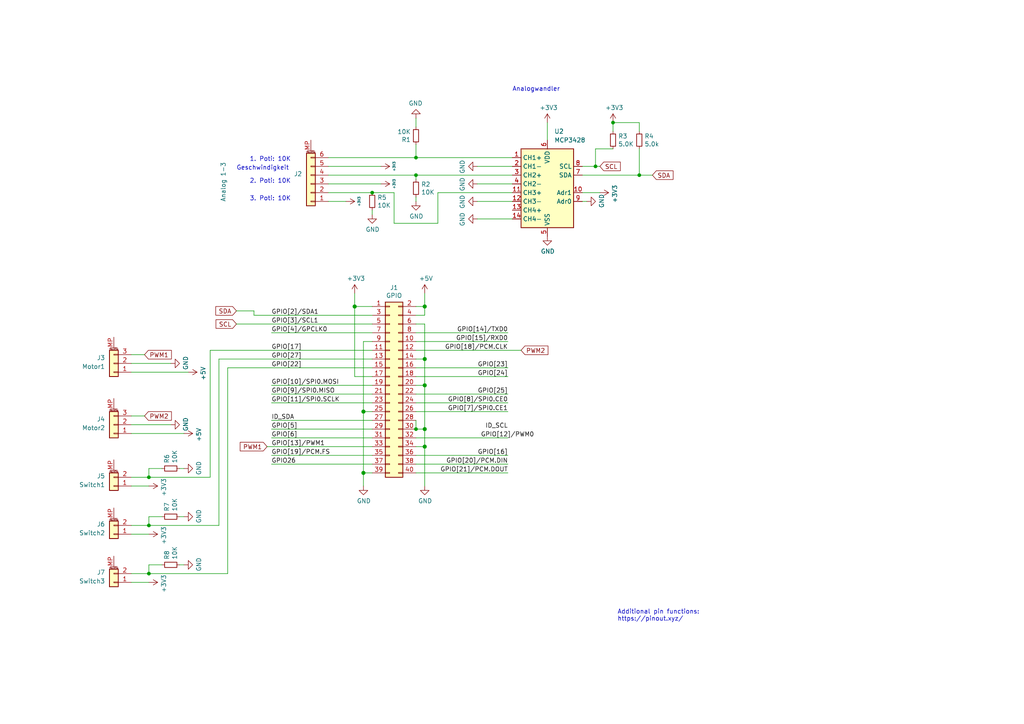
<source format=kicad_sch>
(kicad_sch (version 20211123) (generator eeschema)
  (paper "A4")
  (title_block (date "15 nov 2012"))
  (lib_symbols
    (symbol "Analog_ADC:MCP3428"
      (property "Reference" "U" (at -3.81 11.43 0))
      (property "Value" "MCP3428" (at 2.54 11.43 0))
      (symbol "MCP3428_0_1"
        (rectangle (start -7.62 10.16) (end 7.62 -12.7) (stroke (width 0.254)) (fill (type background)))
      )
      (symbol "MCP3428_1_1"
        (pin input line (at -10.16 7.62 0) (length 2.54) (name "CH1+") (number "1"))
        (pin input line (at 10.16 -2.54 180) (length 2.54) (name "Adr1") (number "10"))
        (pin input line (at -10.16 -2.54 0) (length 2.54) (name "CH3+") (number "11"))
        (pin input line (at -10.16 -5.08 0) (length 2.54) (name "CH3-") (number "12"))
        (pin input line (at -10.16 -7.62 0) (length 2.54) (name "CH4+") (number "13"))
        (pin input line (at -10.16 -10.16 0) (length 2.54) (name "CH4-") (number "14"))
        (pin input line (at -10.16 5.08 0) (length 2.54) (name "CH1-") (number "2"))
        (pin input line (at -10.16 2.54 0) (length 2.54) (name "CH2+") (number "3"))
        (pin input line (at -10.16 0 0) (length 2.54) (name "CH2-") (number "4"))
        (pin power_in line (at 0 -15.24 90) (length 2.54) (name "VSS") (number "5"))
        (pin power_in line (at 0 12.7 270) (length 2.54) (name "VDD") (number "6"))
        (pin bidirectional line (at 10.16 2.54 180) (length 2.54) (name "SDA") (number "7"))
        (pin input line (at 10.16 5.08 180) (length 2.54) (name "SCL") (number "8"))
        (pin input line (at 10.16 -5.08 180) (length 2.54) (name "Adr0") (number "9"))
      )
    )
    (symbol "Connector_Generic:Conn_02x20_Odd_Even" (pin_names (offset 1.016) hide)
      (property "Reference" "J" (at 1.27 25.4 0))
      (property "Value" "Conn_02x20_Odd_Even" (at 1.27 -27.94 0))
      (symbol "Conn_02x20_Odd_Even_1_1"
        (rectangle (start -1.27 -25.273) (end 0 -25.527) (stroke (width 0.1524)))
        (rectangle (start -1.27 -22.733) (end 0 -22.987) (stroke (width 0.1524)))
        (rectangle (start -1.27 -20.193) (end 0 -20.447) (stroke (width 0.1524)))
        (rectangle (start -1.27 -17.653) (end 0 -17.907) (stroke (width 0.1524)))
        (rectangle (start -1.27 -15.113) (end 0 -15.367) (stroke (width 0.1524)))
        (rectangle (start -1.27 -12.573) (end 0 -12.827) (stroke (width 0.1524)))
        (rectangle (start -1.27 -10.033) (end 0 -10.287) (stroke (width 0.1524)))
        (rectangle (start -1.27 -7.493) (end 0 -7.747) (stroke (width 0.1524)))
        (rectangle (start -1.27 -4.953) (end 0 -5.207) (stroke (width 0.1524)))
        (rectangle (start -1.27 -2.413) (end 0 -2.667) (stroke (width 0.1524)))
        (rectangle (start -1.27 0.127) (end 0 -0.127) (stroke (width 0.1524)))
        (rectangle (start -1.27 2.667) (end 0 2.413) (stroke (width 0.1524)))
        (rectangle (start -1.27 5.207) (end 0 4.953) (stroke (width 0.1524)))
        (rectangle (start -1.27 7.747) (end 0 7.493) (stroke (width 0.1524)))
        (rectangle (start -1.27 10.287) (end 0 10.033) (stroke (width 0.1524)))
        (rectangle (start -1.27 12.827) (end 0 12.573) (stroke (width 0.1524)))
        (rectangle (start -1.27 15.367) (end 0 15.113) (stroke (width 0.1524)))
        (rectangle (start -1.27 17.907) (end 0 17.653) (stroke (width 0.1524)))
        (rectangle (start -1.27 20.447) (end 0 20.193) (stroke (width 0.1524)))
        (rectangle (start -1.27 22.987) (end 0 22.733) (stroke (width 0.1524)))
        (rectangle (start -1.27 24.13) (end 3.81 -26.67) (stroke (width 0.254)) (fill (type background)))
        (rectangle (start 3.81 -25.273) (end 2.54 -25.527) (stroke (width 0.1524)))
        (rectangle (start 3.81 -22.733) (end 2.54 -22.987) (stroke (width 0.1524)))
        (rectangle (start 3.81 -20.193) (end 2.54 -20.447) (stroke (width 0.1524)))
        (rectangle (start 3.81 -17.653) (end 2.54 -17.907) (stroke (width 0.1524)))
        (rectangle (start 3.81 -15.113) (end 2.54 -15.367) (stroke (width 0.1524)))
        (rectangle (start 3.81 -12.573) (end 2.54 -12.827) (stroke (width 0.1524)))
        (rectangle (start 3.81 -10.033) (end 2.54 -10.287) (stroke (width 0.1524)))
        (rectangle (start 3.81 -7.493) (end 2.54 -7.747) (stroke (width 0.1524)))
        (rectangle (start 3.81 -4.953) (end 2.54 -5.207) (stroke (width 0.1524)))
        (rectangle (start 3.81 -2.413) (end 2.54 -2.667) (stroke (width 0.1524)))
        (rectangle (start 3.81 0.127) (end 2.54 -0.127) (stroke (width 0.1524)))
        (rectangle (start 3.81 2.667) (end 2.54 2.413) (stroke (width 0.1524)))
        (rectangle (start 3.81 5.207) (end 2.54 4.953) (stroke (width 0.1524)))
        (rectangle (start 3.81 7.747) (end 2.54 7.493) (stroke (width 0.1524)))
        (rectangle (start 3.81 10.287) (end 2.54 10.033) (stroke (width 0.1524)))
        (rectangle (start 3.81 12.827) (end 2.54 12.573) (stroke (width 0.1524)))
        (rectangle (start 3.81 15.367) (end 2.54 15.113) (stroke (width 0.1524)))
        (rectangle (start 3.81 17.907) (end 2.54 17.653) (stroke (width 0.1524)))
        (rectangle (start 3.81 20.447) (end 2.54 20.193) (stroke (width 0.1524)))
        (rectangle (start 3.81 22.987) (end 2.54 22.733) (stroke (width 0.1524)))
        (pin passive line (at -5.08 22.86 0) (length 3.81) (name "Pin_1") (number "1"))
        (pin passive line (at 7.62 12.7 180) (length 3.81) (name "Pin_10") (number "10"))
        (pin passive line (at -5.08 10.16 0) (length 3.81) (name "Pin_11") (number "11"))
        (pin passive line (at 7.62 10.16 180) (length 3.81) (name "Pin_12") (number "12"))
        (pin passive line (at -5.08 7.62 0) (length 3.81) (name "Pin_13") (number "13"))
        (pin passive line (at 7.62 7.62 180) (length 3.81) (name "Pin_14") (number "14"))
        (pin passive line (at -5.08 5.08 0) (length 3.81) (name "Pin_15") (number "15"))
        (pin passive line (at 7.62 5.08 180) (length 3.81) (name "Pin_16") (number "16"))
        (pin passive line (at -5.08 2.54 0) (length 3.81) (name "Pin_17") (number "17"))
        (pin passive line (at 7.62 2.54 180) (length 3.81) (name "Pin_18") (number "18"))
        (pin passive line (at -5.08 0 0) (length 3.81) (name "Pin_19") (number "19"))
        (pin passive line (at 7.62 22.86 180) (length 3.81) (name "Pin_2") (number "2"))
        (pin passive line (at 7.62 0 180) (length 3.81) (name "Pin_20") (number "20"))
        (pin passive line (at -5.08 -2.54 0) (length 3.81) (name "Pin_21") (number "21"))
        (pin passive line (at 7.62 -2.54 180) (length 3.81) (name "Pin_22") (number "22"))
        (pin passive line (at -5.08 -5.08 0) (length 3.81) (name "Pin_23") (number "23"))
        (pin passive line (at 7.62 -5.08 180) (length 3.81) (name "Pin_24") (number "24"))
        (pin passive line (at -5.08 -7.62 0) (length 3.81) (name "Pin_25") (number "25"))
        (pin passive line (at 7.62 -7.62 180) (length 3.81) (name "Pin_26") (number "26"))
        (pin passive line (at -5.08 -10.16 0) (length 3.81) (name "Pin_27") (number "27"))
        (pin passive line (at 7.62 -10.16 180) (length 3.81) (name "Pin_28") (number "28"))
        (pin passive line (at -5.08 -12.7 0) (length 3.81) (name "Pin_29") (number "29"))
        (pin passive line (at -5.08 20.32 0) (length 3.81) (name "Pin_3") (number "3"))
        (pin passive line (at 7.62 -12.7 180) (length 3.81) (name "Pin_30") (number "30"))
        (pin passive line (at -5.08 -15.24 0) (length 3.81) (name "Pin_31") (number "31"))
        (pin passive line (at 7.62 -15.24 180) (length 3.81) (name "Pin_32") (number "32"))
        (pin passive line (at -5.08 -17.78 0) (length 3.81) (name "Pin_33") (number "33"))
        (pin passive line (at 7.62 -17.78 180) (length 3.81) (name "Pin_34") (number "34"))
        (pin passive line (at -5.08 -20.32 0) (length 3.81) (name "Pin_35") (number "35"))
        (pin passive line (at 7.62 -20.32 180) (length 3.81) (name "Pin_36") (number "36"))
        (pin passive line (at -5.08 -22.86 0) (length 3.81) (name "Pin_37") (number "37"))
        (pin passive line (at 7.62 -22.86 180) (length 3.81) (name "Pin_38") (number "38"))
        (pin passive line (at -5.08 -25.4 0) (length 3.81) (name "Pin_39") (number "39"))
        (pin passive line (at 7.62 20.32 180) (length 3.81) (name "Pin_4") (number "4"))
        (pin passive line (at 7.62 -25.4 180) (length 3.81) (name "Pin_40") (number "40"))
        (pin passive line (at -5.08 17.78 0) (length 3.81) (name "Pin_5") (number "5"))
        (pin passive line (at 7.62 17.78 180) (length 3.81) (name "Pin_6") (number "6"))
        (pin passive line (at -5.08 15.24 0) (length 3.81) (name "Pin_7") (number "7"))
        (pin passive line (at 7.62 15.24 180) (length 3.81) (name "Pin_8") (number "8"))
        (pin passive line (at -5.08 12.7 0) (length 3.81) (name "Pin_9") (number "9"))
      )
    )
    (symbol "Connector_Generic_MountingPin:Conn_01x02_MountingPin" (pin_names (offset 1.016) hide)
      (property "Reference" "J" (at 0 2.54 0))
      (property "Value" "Conn_01x02_MountingPin" (at 1.27 -5.08 0))
      (symbol "Conn_01x02_MountingPin_1_1"
        (rectangle (start -1.27 -2.413) (end 0 -2.667) (stroke (width 0.1524)))
        (rectangle (start -1.27 0.127) (end 0 -0.127) (stroke (width 0.1524)))
        (rectangle (start -1.27 1.27) (end 1.27 -3.81) (stroke (width 0.254)) (fill (type background)))
        (polyline (pts (xy -1.016 -4.572) (xy 1.016 -4.572)) (stroke (width 0.1524)))
        (text "Mounting" (at 0 -4.191 0) (effects (font (size 0.381 0.381))))
        (pin passive line (at -5.08 0 0) (length 3.81) (name "Pin_1") (number "1"))
        (pin passive line (at -5.08 -2.54 0) (length 3.81) (name "Pin_2") (number "2"))
        (pin passive line (at 0 -7.62 90) (length 3.048) (name "MountPin") (number "MP"))
      )
    )
    (symbol "Connector_Generic_MountingPin:Conn_01x03_MountingPin" (pin_names (offset 1.016) hide)
      (property "Reference" "J" (at 0 5.08 0))
      (property "Value" "Conn_01x03_MountingPin" (at 1.27 -5.08 0))
      (symbol "Conn_01x03_MountingPin_1_1"
        (rectangle (start -1.27 -2.413) (end 0 -2.667) (stroke (width 0.1524)))
        (rectangle (start -1.27 0.127) (end 0 -0.127) (stroke (width 0.1524)))
        (rectangle (start -1.27 2.667) (end 0 2.413) (stroke (width 0.1524)))
        (rectangle (start -1.27 3.81) (end 1.27 -3.81) (stroke (width 0.254)) (fill (type background)))
        (polyline (pts (xy -1.016 -4.572) (xy 1.016 -4.572)) (stroke (width 0.1524)))
        (text "Mounting" (at 0 -4.191 0) (effects (font (size 0.381 0.381))))
        (pin passive line (at -5.08 2.54 0) (length 3.81) (name "Pin_1") (number "1"))
        (pin passive line (at -5.08 0 0) (length 3.81) (name "Pin_2") (number "2"))
        (pin passive line (at -5.08 -2.54 0) (length 3.81) (name "Pin_3") (number "3"))
        (pin passive line (at 0 -7.62 90) (length 3.048) (name "MountPin") (number "MP"))
      )
    )
    (symbol "Connector_Generic_MountingPin:Conn_01x06_MountingPin" (pin_names (offset 1.016) hide)
      (property "Reference" "J" (at 0 7.62 0))
      (property "Value" "Conn_01x06_MountingPin" (at 1.27 -10.16 0))
      (symbol "Conn_01x06_MountingPin_1_1"
        (rectangle (start -1.27 -7.493) (end 0 -7.747) (stroke (width 0.1524)))
        (rectangle (start -1.27 -4.953) (end 0 -5.207) (stroke (width 0.1524)))
        (rectangle (start -1.27 -2.413) (end 0 -2.667) (stroke (width 0.1524)))
        (rectangle (start -1.27 0.127) (end 0 -0.127) (stroke (width 0.1524)))
        (rectangle (start -1.27 2.667) (end 0 2.413) (stroke (width 0.1524)))
        (rectangle (start -1.27 5.207) (end 0 4.953) (stroke (width 0.1524)))
        (rectangle (start -1.27 6.35) (end 1.27 -8.89) (stroke (width 0.254)) (fill (type background)))
        (polyline (pts (xy -1.016 -9.652) (xy 1.016 -9.652)) (stroke (width 0.1524)))
        (text "Mounting" (at 0 -9.271 0) (effects (font (size 0.381 0.381))))
        (pin passive line (at -5.08 5.08 0) (length 3.81) (name "Pin_1") (number "1"))
        (pin passive line (at -5.08 2.54 0) (length 3.81) (name "Pin_2") (number "2"))
        (pin passive line (at -5.08 0 0) (length 3.81) (name "Pin_3") (number "3"))
        (pin passive line (at -5.08 -2.54 0) (length 3.81) (name "Pin_4") (number "4"))
        (pin passive line (at -5.08 -5.08 0) (length 3.81) (name "Pin_5") (number "5"))
        (pin passive line (at -5.08 -7.62 0) (length 3.81) (name "Pin_6") (number "6"))
        (pin passive line (at 0 -12.7 90) (length 3.048) (name "MountPin") (number "MP"))
      )
    )
    (symbol "Device:R_Small" (pin_numbers hide) (pin_names (offset 0.254) hide)
      (property "Reference" "R" (at 0.762 0.508 0))
      (property "Value" "R_Small" (at 0.762 -1.016 0))
      (symbol "R_Small_0_1"
        (rectangle (start -0.762 1.778) (end 0.762 -1.778) (stroke (width 0.2032)))
      )
      (symbol "R_Small_1_1"
        (pin passive line (at 0 2.54 270) (length 0.762) (name "~") (number "1"))
        (pin passive line (at 0 -2.54 90) (length 0.762) (name "~") (number "2"))
      )
    )
    (symbol "power:+3.3V" (power) (pin_names (offset 0))
      (property "Value" "+3.3V" (at 0 3.556 0))
      (symbol "+3.3V_0_1"
        (polyline (pts (xy -0.762 1.27) (xy 0 2.54)))
        (polyline (pts (xy 0 0) (xy 0 2.54)))
        (polyline (pts (xy 0 2.54) (xy 0.762 1.27)))
      )
      (symbol "+3.3V_1_1"
        (pin power_in line (at 0 0 90) (length 0) hide (name "+3V3") (number "1"))
      )
    )
    (symbol "power:+5V" (power) (pin_names (offset 0))
      (property "Value" "+5V" (at 0 3.556 0))
      (symbol "+5V_0_1"
        (polyline (pts (xy -0.762 1.27) (xy 0 2.54)))
        (polyline (pts (xy 0 0) (xy 0 2.54)))
        (polyline (pts (xy 0 2.54) (xy 0.762 1.27)))
      )
      (symbol "+5V_1_1"
        (pin power_in line (at 0 0 90) (length 0) hide (name "+5V") (number "1"))
      )
    )
    (symbol "power:GND" (power) (pin_names (offset 0))
      (property "Value" "GND" (at 0 -3.81 0))
      (symbol "GND_0_1"
        (polyline (pts (xy 0 0) (xy 0 -1.27) (xy 1.27 -1.27) (xy 0 -2.54) (xy -1.27 -1.27) (xy 0 -1.27)))
      )
      (symbol "GND_1_1"
        (pin power_in line (at 0 0 270) (length 0) hide (name "GND") (number "1"))
      )
    )
  )
  (junction (at 123.19 124.46) (diameter 1.016))
  (junction (at 102.87 88.9) (diameter 1.016))
  (junction (at 123.19 129.54) (diameter 1.016))
  (junction (at 177.8 35.56))
  (junction (at 120.65 45.72))
  (junction (at 105.41 119.38) (diameter 1.016))
  (junction (at 43.18 138.43))
  (junction (at 123.19 111.76) (diameter 1.016))
  (junction (at 123.19 104.14) (diameter 1.016))
  (junction (at 107.95 55.88))
  (junction (at 120.65 50.8))
  (junction (at 185.42 50.8))
  (junction (at 43.18 152.4))
  (junction (at 43.18 166.37))
  (junction (at 172.72 48.26))
  (junction (at 120.65 124.46))
  (junction (at 105.41 137.16) (diameter 1.016))
  (junction (at 123.19 88.9) (diameter 1.016))
  (wire (pts (xy 148.59 55.88) (xy 127 55.88)))
  (wire (pts (xy 38.1 102.87) (xy 41.91 102.87)))
  (wire (pts (xy 105.41 119.38) (xy 105.41 137.16)))
  (wire (pts (xy 120.65 119.38) (xy 147.32 119.38)))
  (wire (pts (xy 120.65 57.15) (xy 120.65 58.42)))
  (wire (pts (xy 60.96 101.6) (xy 107.95 101.6)))
  (wire (pts (xy 120.65 34.29) (xy 120.65 36.83)))
  (wire (pts (xy 60.96 101.6) (xy 60.96 138.43)))
  (wire (pts (xy 177.8 43.18) (xy 172.72 43.18)))
  (wire (pts (xy 38.1 154.94) (xy 43.18 154.94)))
  (wire (pts (xy 123.19 93.98) (xy 123.19 104.14)))
  (wire (pts (xy 123.19 111.76) (xy 120.65 111.76)))
  (wire (pts (xy 66.04 106.68) (xy 107.95 106.68)))
  (wire (pts (xy 95.25 50.8) (xy 120.65 50.8)))
  (wire (pts (xy 123.19 124.46) (xy 123.19 129.54)))
  (wire (pts (xy 127 55.88) (xy 127 64.77)))
  (wire (pts (xy 43.18 166.37) (xy 66.04 166.37)))
  (wire (pts (xy 185.42 43.18) (xy 185.42 50.8)))
  (wire (pts (xy 120.65 45.72) (xy 148.59 45.72)))
  (wire (pts (xy 123.19 111.76) (xy 123.19 124.46)))
  (wire (pts (xy 120.65 96.52) (xy 147.32 96.52)))
  (wire (pts (xy 105.41 99.06) (xy 105.41 119.38)))
  (wire (pts (xy 114.3 64.77) (xy 114.3 55.88)))
  (wire (pts (xy 38.1 120.65) (xy 41.91 120.65)))
  (wire (pts (xy 138.43 63.5) (xy 148.59 63.5)))
  (wire (pts (xy 38.1 107.95) (xy 54.61 107.95)))
  (wire (pts (xy 95.25 58.42) (xy 100.33 58.42)))
  (wire (pts (xy 46.99 163.83) (xy 43.18 163.83)))
  (wire (pts (xy 95.25 48.26) (xy 110.49 48.26)))
  (wire (pts (xy 105.41 99.06) (xy 107.95 99.06)))
  (wire (pts (xy 120.65 116.84) (xy 147.32 116.84)))
  (wire (pts (xy 107.95 121.92) (xy 78.74 121.92)))
  (wire (pts (xy 158.75 35.56) (xy 158.75 40.64)))
  (wire (pts (xy 78.74 124.46) (xy 107.95 124.46)))
  (wire (pts (xy 120.65 127) (xy 147.32 127)))
  (wire (pts (xy 43.18 163.83) (xy 43.18 166.37)))
  (wire (pts (xy 105.41 119.38) (xy 107.95 119.38)))
  (wire (pts (xy 120.65 50.8) (xy 148.59 50.8)))
  (wire (pts (xy 120.65 106.68) (xy 147.32 106.68)))
  (wire (pts (xy 177.8 35.56) (xy 177.8 38.1)))
  (wire (pts (xy 52.07 163.83) (xy 53.34 163.83)))
  (wire (pts (xy 95.25 53.34) (xy 110.49 53.34)))
  (wire (pts (xy 43.18 149.86) (xy 43.18 152.4)))
  (wire (pts (xy 168.91 58.42) (xy 170.18 58.42)))
  (wire (pts (xy 38.1 152.4) (xy 43.18 152.4)))
  (wire (pts (xy 120.65 137.16) (xy 147.32 137.16)))
  (wire (pts (xy 105.41 137.16) (xy 105.41 140.97)))
  (wire (pts (xy 127 64.77) (xy 114.3 64.77)))
  (wire (pts (xy 63.5 104.14) (xy 107.95 104.14)))
  (wire (pts (xy 102.87 85.09) (xy 102.87 88.9)))
  (wire (pts (xy 43.18 138.43) (xy 60.96 138.43)))
  (wire (pts (xy 138.43 48.26) (xy 148.59 48.26)))
  (wire (pts (xy 173.99 48.26) (xy 172.72 48.26)))
  (wire (pts (xy 123.19 129.54) (xy 120.65 129.54)))
  (wire (pts (xy 68.58 93.98) (xy 107.95 93.98)))
  (wire (pts (xy 78.74 116.84) (xy 107.95 116.84)))
  (wire (pts (xy 102.87 109.22) (xy 107.95 109.22)))
  (wire (pts (xy 43.18 135.89) (xy 43.18 138.43)))
  (wire (pts (xy 46.99 149.86) (xy 43.18 149.86)))
  (wire (pts (xy 73.66 91.44) (xy 107.95 91.44)))
  (wire (pts (xy 123.19 88.9) (xy 123.19 91.44)))
  (wire (pts (xy 66.04 106.68) (xy 66.04 166.37)))
  (wire (pts (xy 123.19 104.14) (xy 123.19 111.76)))
  (wire (pts (xy 120.65 50.8) (xy 120.65 52.07)))
  (wire (pts (xy 120.65 101.6) (xy 151.13 101.6)))
  (wire (pts (xy 123.19 104.14) (xy 120.65 104.14)))
  (wire (pts (xy 123.19 85.09) (xy 123.19 88.9)))
  (wire (pts (xy 38.1 123.19) (xy 49.53 123.19)))
  (wire (pts (xy 38.1 105.41) (xy 49.53 105.41)))
  (wire (pts (xy 177.8 35.56) (xy 185.42 35.56)))
  (wire (pts (xy 78.74 96.52) (xy 107.95 96.52)))
  (wire (pts (xy 123.19 88.9) (xy 120.65 88.9)))
  (wire (pts (xy 102.87 88.9) (xy 102.87 109.22)))
  (wire (pts (xy 138.43 53.34) (xy 148.59 53.34)))
  (wire (pts (xy 120.65 109.22) (xy 147.32 109.22)))
  (wire (pts (xy 120.65 99.06) (xy 147.32 99.06)))
  (wire (pts (xy 185.42 35.56) (xy 185.42 38.1)))
  (wire (pts (xy 138.43 58.42) (xy 148.59 58.42)))
  (wire (pts (xy 95.25 45.72) (xy 120.65 45.72)))
  (wire (pts (xy 172.72 43.18) (xy 172.72 48.26)))
  (wire (pts (xy 78.74 114.3) (xy 107.95 114.3)))
  (wire (pts (xy 52.07 135.89) (xy 53.34 135.89)))
  (wire (pts (xy 52.07 149.86) (xy 53.34 149.86)))
  (wire (pts (xy 63.5 104.14) (xy 63.5 152.4)))
  (wire (pts (xy 77.47 129.54) (xy 107.95 129.54)))
  (wire (pts (xy 114.3 55.88) (xy 107.95 55.88)))
  (wire (pts (xy 78.74 127) (xy 107.95 127)))
  (wire (pts (xy 107.95 55.88) (xy 95.25 55.88)))
  (wire (pts (xy 123.19 91.44) (xy 120.65 91.44)))
  (wire (pts (xy 46.99 135.89) (xy 43.18 135.89)))
  (wire (pts (xy 78.74 132.08) (xy 107.95 132.08)))
  (wire (pts (xy 120.65 132.08) (xy 147.32 132.08)))
  (wire (pts (xy 73.66 90.17) (xy 68.58 90.17)))
  (wire (pts (xy 105.41 137.16) (xy 107.95 137.16)))
  (wire (pts (xy 168.91 50.8) (xy 185.42 50.8)))
  (wire (pts (xy 120.65 134.62) (xy 147.32 134.62)))
  (wire (pts (xy 107.95 60.96) (xy 107.95 62.23)))
  (wire (pts (xy 123.19 93.98) (xy 120.65 93.98)))
  (wire (pts (xy 78.74 134.62) (xy 107.95 134.62)))
  (wire (pts (xy 172.72 48.26) (xy 168.91 48.26)))
  (wire (pts (xy 168.91 55.88) (xy 173.99 55.88)))
  (wire (pts (xy 120.65 41.91) (xy 120.65 45.72)))
  (wire (pts (xy 123.19 129.54) (xy 123.19 140.97)))
  (wire (pts (xy 120.65 114.3) (xy 147.32 114.3)))
  (wire (pts (xy 73.66 91.44) (xy 73.66 90.17)))
  (wire (pts (xy 43.18 152.4) (xy 63.5 152.4)))
  (wire (pts (xy 38.1 125.73) (xy 53.34 125.73)))
  (wire (pts (xy 38.1 168.91) (xy 43.18 168.91)))
  (wire (pts (xy 123.19 124.46) (xy 120.65 124.46)))
  (wire (pts (xy 102.87 88.9) (xy 107.95 88.9)))
  (wire (pts (xy 185.42 50.8) (xy 189.23 50.8)))
  (wire (pts (xy 38.1 138.43) (xy 43.18 138.43)))
  (wire (pts (xy 120.65 124.46) (xy 120.65 121.92)))
  (wire (pts (xy 38.1 140.97) (xy 43.18 140.97)))
  (wire (pts (xy 107.95 111.76) (xy 78.74 111.76)))
  (wire (pts (xy 38.1 166.37) (xy 43.18 166.37)))
  (text "3. Poti: 10K" (at 72.39 58.42 0) (effects (font (size 1.27 1.27)) (justify left bottom)))
  (text "2. Poti: 10K" (at 72.39 53.34 0) (effects (font (size 1.27 1.27)) (justify left bottom)))
  (text "Analogwandler" (at 148.59 26.67 0) (effects (font (size 1.27 1.27)) (justify left bottom)))
  (text "Geschwindigkeit" (at 68.58 49.53 0) (effects (font (size 1.27 1.27)) (justify left bottom)))
  (text "1. Poti: 10K" (at 72.39 46.99 0) (effects (font (size 1.27 1.27)) (justify left bottom)))
  (text "Additional pin functions:\nhttps://pinout.xyz/" (at 179.07 180.34 0) (effects (font (size 1.27 1.27)) (justify left bottom)))
  (label "ID_SDA" (at 78.74 121.92 0))
  (label "GPIO[6]" (at 78.74 127 0))
  (label "ID_SCL" (at 147.32 124.46 180))
  (label "GPIO[5]" (at 78.74 124.46 0))
  (label "GPIO[21]{slash}PCM.DOUT" (at 147.32 137.16 180))
  (label "GPIO[19]{slash}PCM.FS" (at 78.74 132.08 0))
  (label "GPIO[10]{slash}SPI0.MOSI" (at 78.74 111.76 0))
  (label "GPIO[9]{slash}SPI0.MISO" (at 78.74 114.3 0))
  (label "GPIO[23]" (at 147.32 106.68 180))
  (label "GPIO[4]{slash}GPCLK0" (at 78.74 96.52 0))
  (label "GPIO[27]" (at 78.74 104.14 0))
  (label "GPIO26" (at 78.74 134.62 0))
  (label "GPIO[14]{slash}TXD0" (at 147.32 96.52 180))
  (label "GPIO[8]{slash}SPI0.CE0" (at 147.32 116.84 180))
  (label "GPIO[15]{slash}RXD0" (at 147.32 99.06 180))
  (label "GPIO[16]" (at 147.32 132.08 180))
  (label "GPIO[22]" (at 78.74 106.68 0))
  (label "GPIO[2]{slash}SDA1" (at 78.74 91.44 0))
  (label "GPIO[17]" (at 78.74 101.6 0))
  (label "GPIO[25]" (at 147.32 114.3 180))
  (label "GPIO[3]{slash}SCL1" (at 78.74 93.98 0))
  (label "GPIO[18]{slash}PCM.CLK" (at 147.32 101.6 180))
  (label "GPIO[12]{slash}PWM0" (at 154.94 127 180))
  (label "GPIO[13]{slash}PWM1" (at 78.74 129.54 0))
  (label "GPIO[20]{slash}PCM.DIN" (at 147.32 134.62 180))
  (label "GPIO[24]" (at 147.32 109.22 180))
  (label "GPIO[7]{slash}SPI0.CE1" (at 147.32 119.38 180))
  (label "GPIO[11]{slash}SPI0.SCLK" (at 78.74 116.84 0))
  (global_label "SDA" (shape input) (at 189.23 50.8 0) (property "Intersheet References" "${INTERSHEET_REFS}" (effects hide)))
  (global_label "PWM1" (shape input) (at 77.47 129.54 180) (property "Intersheet References" "${INTERSHEET_REFS}" (effects hide)))
  (global_label "SDA" (shape input) (at 68.58 90.17 180) (property "Intersheet References" "${INTERSHEET_REFS}" (effects hide)))
  (global_label "SCL" (shape input) (at 173.99 48.26 0) (property "Intersheet References" "${INTERSHEET_REFS}" (effects hide)))
  (global_label "SCL" (shape input) (at 68.58 93.98 180) (property "Intersheet References" "${INTERSHEET_REFS}" (effects hide)))
  (global_label "PWM1" (shape input) (at 41.91 102.87 0) (property "Intersheet References" "${INTERSHEET_REFS}" (effects hide)))
  (global_label "PWM2" (shape input) (at 41.91 120.65 0) (property "Intersheet References" "${INTERSHEET_REFS}" (effects hide)))
  (global_label "PWM2" (shape input) (at 151.13 101.6 0) (property "Intersheet References" "${INTERSHEET_REFS}" (effects hide)))
  (symbol (lib_id "power:+5V") (at 123.19 85.09 0) (unit 1)
    (property "Reference" "#PWR01" (effects hide))
    (property "Value" "+5V" (at 123.5583 80.7656 0))
  )
  (symbol (lib_id "power:+3.3V") (at 102.87 85.09 0) (unit 1)
    (property "Reference" "#PWR04" (effects hide))
    (property "Value" "+3.3V" (at 103.2383 80.7656 0))
  )
  (symbol (lib_id "power:GND") (at 123.19 140.97 0) (unit 1)
    (property "Reference" "#PWR02" (effects hide))
    (property "Value" "GND" (at 123.3043 145.2944 0))
  )
  (symbol (lib_id "power:GND") (at 105.41 140.97 0) (unit 1)
    (property "Reference" "#PWR03" (effects hide))
    (property "Value" "GND" (at 105.5243 145.2944 0))
  )
  (symbol (lib_id "Connector_Generic:Conn_02x20_Odd_Even") (at 113.03 111.76 0) (unit 1)
    (property "Reference" "J1" (at 114.3 83.4198 0))
    (property "Value" "GPIO" (at 114.3 85.725 0))
    (property "Footprint" "Connector_PinSocket_2.54mm:PinSocket_2x20_P2.54mm_Vertical" (effects hide))
  )
  (symbol (lib_id "Device:R_Small") (at 49.53 163.83 90) (unit 1)
    (property "Reference" "R8" (at 48.387 162.3314 0) (effects (justify left)))
    (property "Value" "10K" (at 50.6793 162.3313 0) (effects (justify left)))
    (property "Footprint" "Resistor_SMD:R_0603_1608Metric" (effects hide))
  )
  (symbol (lib_id "power:GND") (at 49.53 123.19 90) (unit 1)
    (property "Reference" "#PWR0121" (effects hide))
    (property "Value" "GND" (at 53.8544 123.0757 0))
  )
  (symbol (lib_id "power:GND") (at 53.34 149.86 90) (unit 1)
    (property "Reference" "#PWR0117" (effects hide))
    (property "Value" "GND" (at 57.6644 149.7457 0))
  )
  (symbol (lib_id "power:+3.3V") (at 158.75 35.56 0) (unit 1)
    (property "Reference" "#PWR0102" (effects hide))
    (property "Value" "+3.3V" (at 159.1183 31.2356 0))
  )
  (symbol (lib_id "power:GND") (at 170.18 58.42 90) (unit 1)
    (property "Reference" "#PWR0111" (effects hide))
    (property "Value" "GND" (at 174.5044 58.3057 0))
  )
  (symbol (lib_id "power:+3.3V") (at 100.33 58.42 270) (unit 1)
    (property "Reference" "#PWR0125" (effects hide))
    (property "Value" "+3.3V" (at 104.14 58.42 0) (effects (font (size 0.7 0.7))))
  )
  (symbol (lib_id "power:GND") (at 53.34 135.89 90) (unit 1)
    (property "Reference" "#PWR0113" (effects hide))
    (property "Value" "GND" (at 57.6644 135.7757 0))
  )
  (symbol (lib_id "power:GND") (at 138.43 58.42 270) (unit 1)
    (property "Reference" "#PWR0105" (effects hide))
    (property "Value" "GND" (at 134.1056 58.5343 0))
  )
  (symbol (lib_id "power:+3.3V") (at 110.49 53.34 270) (unit 1)
    (property "Reference" "#PWR0123" (effects hide))
    (property "Value" "+3.3V" (at 114.3 53.34 0) (effects (font (size 0.7 0.7))))
  )
  (symbol (lib_id "power:+3.3V") (at 43.18 154.94 270) (unit 1)
    (property "Reference" "#PWR0114" (effects hide))
    (property "Value" "+3.3V" (at 47.5044 155.3083 0))
  )
  (symbol (lib_id "Connector_Generic_MountingPin:Conn_01x03_MountingPin") (at 33.02 123.19 180) (unit 1)
    (property "Reference" "J4" (at 30.48 121.5643 0) (effects (justify left)))
    (property "Value" "Motor2" (at 30.48 124.1043 0) (effects (justify left)))
    (property "Footprint" "Connector_PinHeader_2.54mm:PinHeader_1x03_P2.54mm_Vertical" (effects hide))
  )
  (symbol (lib_id "power:GND") (at 107.95 62.23 0) (unit 1)
    (property "Reference" "#PWR0124" (effects hide))
    (property "Value" "GND" (at 108.0643 66.5544 0))
  )
  (symbol (lib_id "Analog_ADC:MCP3428") (at 158.75 53.34 0) (unit 1)
    (property "Reference" "U2" (at 160.7694 38.1 0) (effects (justify left)))
    (property "Value" "MCP3428" (at 160.7694 40.64 0) (effects (justify left)))
    (property "Footprint" "Package_SO:MSOP-8_3x3mm_P0.65mm" (effects hide))
    (property "Datasheet" "http://ww1.microchip.com/downloads/en/DeviceDoc/22226a.pdf" (effects hide))
  )
  (symbol (lib_id "power:GND") (at 120.65 34.29 180) (unit 1)
    (property "Reference" "#PWR0103" (effects hide))
    (property "Value" "GND" (at 120.5357 29.9656 0))
  )
  (symbol (lib_id "Device:R_Small") (at 177.8 40.64 0) (unit 1)
    (property "Reference" "R3" (at 179.2986 39.497 0) (effects (justify left)))
    (property "Value" "5.0K" (at 179.2987 41.7893 0) (effects (justify left)))
    (property "Footprint" "Resistor_SMD:R_0603_1608Metric" (effects hide))
  )
  (symbol (lib_id "power:GND") (at 53.34 163.83 90) (unit 1)
    (property "Reference" "#PWR0118" (effects hide))
    (property "Value" "GND" (at 57.6644 163.7157 0))
  )
  (symbol (lib_id "power:+3.3V") (at 173.99 55.88 270) (unit 1)
    (property "Reference" "#PWR0109" (effects hide))
    (property "Value" "+3.3V" (at 178.3144 56.2483 0))
  )
  (symbol (lib_id "Connector_Generic_MountingPin:Conn_01x02_MountingPin") (at 33.02 140.97 180) (unit 1)
    (property "Reference" "J5" (at 30.48 138.0743 0) (effects (justify left)))
    (property "Value" "Switch1" (at 30.48 140.6143 0) (effects (justify left)))
    (property "Footprint" "Connector_PinHeader_2.54mm:PinHeader_1x02_P2.54mm_Vertical" (effects hide))
  )
  (symbol (lib_id "Connector_Generic_MountingPin:Conn_01x02_MountingPin") (at 33.02 168.91 180) (unit 1)
    (property "Reference" "J7" (at 30.48 166.0143 0) (effects (justify left)))
    (property "Value" "Switch3" (at 30.48 168.5543 0) (effects (justify left)))
    (property "Footprint" "Connector_PinHeader_2.54mm:PinHeader_1x02_P2.54mm_Vertical" (effects hide))
  )
  (symbol (lib_id "Connector_Generic_MountingPin:Conn_01x03_MountingPin") (at 33.02 105.41 180) (unit 1)
    (property "Reference" "J3" (at 30.48 103.7843 0) (effects (justify left)))
    (property "Value" "Motor1" (at 30.48 106.3243 0) (effects (justify left)))
    (property "Footprint" "Connector_PinHeader_2.54mm:PinHeader_1x03_P2.54mm_Vertical" (effects hide))
  )
  (symbol (lib_id "power:+3.3V") (at 43.18 140.97 270) (unit 1)
    (property "Reference" "#PWR0115" (effects hide))
    (property "Value" "+3.3V" (at 47.5044 141.3383 0))
  )
  (symbol (lib_id "Connector_Generic_MountingPin:Conn_01x06_MountingPin") (at 90.17 53.34 180) (unit 1)
    (property "Reference" "J2" (at 87.63 50.4443 0) (effects (justify left)))
    (property "Value" "Analog 1-3" (at 64.77 46.99 90) (effects (justify left)))
    (property "Footprint" "Connector_PinHeader_2.54mm:PinHeader_1x06_P2.54mm_Vertical" (effects hide))
  )
  (symbol (lib_id "power:GND") (at 138.43 48.26 270) (unit 1)
    (property "Reference" "#PWR0107" (effects hide))
    (property "Value" "GND" (at 134.1056 48.3743 0))
  )
  (symbol (lib_id "Connector_Generic_MountingPin:Conn_01x02_MountingPin") (at 33.02 154.94 180) (unit 1)
    (property "Reference" "J6" (at 30.48 152.0443 0) (effects (justify left)))
    (property "Value" "Switch2" (at 30.48 154.5843 0) (effects (justify left)))
    (property "Footprint" "Connector_PinHeader_2.54mm:PinHeader_1x02_P2.54mm_Vertical" (effects hide))
  )
  (symbol (lib_id "power:GND") (at 138.43 63.5 270) (unit 1)
    (property "Reference" "#PWR0106" (effects hide))
    (property "Value" "GND" (at 134.1056 63.6143 0))
  )
  (symbol (lib_id "Device:R_Small") (at 49.53 135.89 90) (unit 1)
    (property "Reference" "R6" (at 48.387 134.3914 0) (effects (justify left)))
    (property "Value" "10K" (at 50.6793 134.3913 0) (effects (justify left)))
    (property "Footprint" "Resistor_SMD:R_0603_1608Metric" (effects hide))
  )
  (symbol (lib_id "Device:R_Small") (at 185.42 40.64 0) (unit 1)
    (property "Reference" "R4" (at 186.9186 39.497 0) (effects (justify left)))
    (property "Value" "5.0k" (at 186.9187 41.7893 0) (effects (justify left)))
    (property "Footprint" "Resistor_SMD:R_0603_1608Metric" (effects hide))
  )
  (symbol (lib_id "power:GND") (at 158.75 68.58 0) (unit 1)
    (property "Reference" "#PWR0108" (effects hide))
    (property "Value" "GND" (at 158.8643 72.9044 0))
  )
  (symbol (lib_id "power:+3.3V") (at 110.49 48.26 270) (unit 1)
    (property "Reference" "#PWR0110" (effects hide))
    (property "Value" "+3.3V" (at 114.3 48.26 0) (effects (font (size 0.7 0.7))))
  )
  (symbol (lib_id "Device:R_Small") (at 120.65 39.37 180) (unit 1)
    (property "Reference" "R1" (at 119.1514 40.513 0) (effects (justify left)))
    (property "Value" "10K" (at 119.1513 38.2207 0) (effects (justify left)))
    (property "Footprint" "Resistor_SMD:R_0603_1608Metric" (effects hide))
  )
  (symbol (lib_id "power:+3.3V") (at 43.18 168.91 270) (unit 1)
    (property "Reference" "#PWR0116" (effects hide))
    (property "Value" "+3.3V" (at 47.5044 169.2783 0))
  )
  (symbol (lib_id "Device:R_Small") (at 49.53 149.86 90) (unit 1)
    (property "Reference" "R7" (at 48.387 148.3614 0) (effects (justify left)))
    (property "Value" "10K" (at 50.6793 148.3613 0) (effects (justify left)))
    (property "Footprint" "Resistor_SMD:R_0603_1608Metric" (effects hide))
  )
  (symbol (lib_id "Device:R_Small") (at 107.95 58.42 0) (unit 1)
    (property "Reference" "R5" (at 109.4486 57.277 0) (effects (justify left)))
    (property "Value" "10K" (at 109.4487 59.5693 0) (effects (justify left)))
    (property "Footprint" "Resistor_SMD:R_0603_1608Metric" (effects hide))
  )
  (symbol (lib_id "power:+5V") (at 53.34 125.73 270) (unit 1)
    (property "Reference" "#PWR0112" (effects hide))
    (property "Value" "+5V" (at 57.6644 126.0983 0))
  )
  (symbol (lib_id "power:+5V") (at 54.61 107.95 270) (unit 1)
    (property "Reference" "#PWR0119" (effects hide))
    (property "Value" "+5V" (at 58.9344 108.3183 0))
  )
  (symbol (lib_id "power:GND") (at 120.65 58.42 0) (unit 1)
    (property "Reference" "#PWR0122" (effects hide))
    (property "Value" "GND" (at 120.7643 62.7444 0))
  )
  (symbol (lib_id "power:GND") (at 49.53 105.41 90) (unit 1)
    (property "Reference" "#PWR0120" (effects hide))
    (property "Value" "GND" (at 53.8544 105.2957 0))
  )
  (symbol (lib_id "Device:R_Small") (at 120.65 54.61 0) (unit 1)
    (property "Reference" "R2" (at 122.1486 53.467 0) (effects (justify left)))
    (property "Value" "10K" (at 122.1487 55.7593 0) (effects (justify left)))
    (property "Footprint" "Resistor_SMD:R_0603_1608Metric" (effects hide))
  )
  (symbol (lib_id "power:+3.3V") (at 177.8 35.56 0) (unit 1)
    (property "Reference" "#PWR0101" (effects hide))
    (property "Value" "+3.3V" (at 178.1683 31.2356 0))
  )
  (symbol (lib_id "power:GND") (at 138.43 53.34 270) (unit 1)
    (property "Reference" "#PWR0104" (effects hide))
    (property "Value" "GND" (at 134.1056 53.4543 0))
  )
)
</source>
